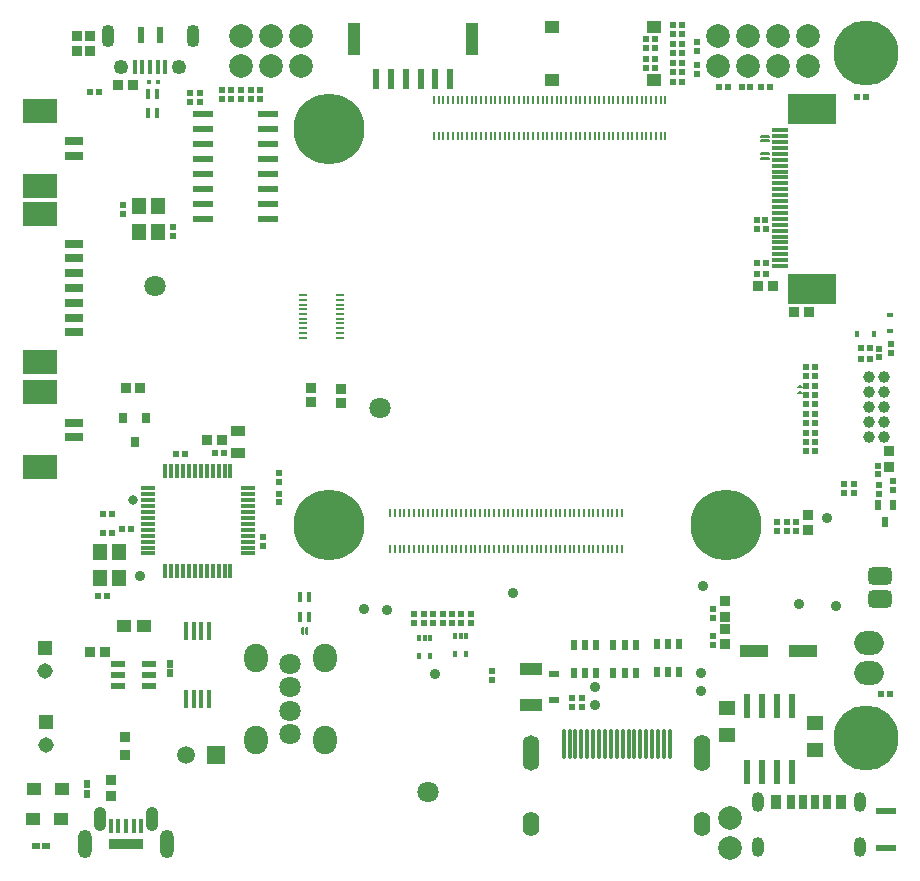
<source format=gbr>
%TF.GenerationSoftware,Altium Limited,Altium Designer,23.1.1 (15)*%
G04 Layer_Color=255*
%FSLAX45Y45*%
%MOMM*%
%TF.SameCoordinates,8C37DE4A-61E0-4A85-99FC-D0A1A2E6B02F*%
%TF.FilePolarity,Positive*%
%TF.FileFunction,Pads,Top*%
%TF.Part,Single*%
G01*
G75*
%TA.AperFunction,SMDPad,CuDef*%
%ADD13R,1.90500X0.99060*%
%ADD14R,0.60960X2.03200*%
%ADD15R,0.80606X0.85822*%
%ADD16R,0.80000X0.90000*%
G04:AMPARAMS|DCode=17|XSize=1.56mm|YSize=0.4mm|CornerRadius=0.05mm|HoleSize=0mm|Usage=FLASHONLY|Rotation=90.000|XOffset=0mm|YOffset=0mm|HoleType=Round|Shape=RoundedRectangle|*
%AMROUNDEDRECTD17*
21,1,1.56000,0.30000,0,0,90.0*
21,1,1.46000,0.40000,0,0,90.0*
1,1,0.10000,0.15000,0.73000*
1,1,0.10000,0.15000,-0.73000*
1,1,0.10000,-0.15000,-0.73000*
1,1,0.10000,-0.15000,0.73000*
%
%ADD17ROUNDEDRECTD17*%
%ADD18R,1.15814X1.01213*%
%ADD19R,0.57247X0.68106*%
%ADD20R,0.68106X0.57247*%
%ADD21R,1.00000X2.80000*%
%ADD22R,0.60000X1.70000*%
%ADD23R,0.85822X0.80606*%
%ADD24R,0.81280X0.93980*%
%ADD25R,3.00000X2.10000*%
%ADD26R,1.60000X0.80000*%
%ADD27R,1.20000X0.55000*%
%ADD28R,0.40000X1.20000*%
%ADD29R,3.00000X0.90000*%
%ADD30R,1.25000X1.10000*%
%ADD31R,0.93980X0.81280*%
%ADD32R,0.91213X0.85872*%
%ADD33R,0.20000X0.70000*%
%ADD34R,0.70000X0.20000*%
%TA.AperFunction,TestPad*%
%ADD35C,0.88900*%
%TA.AperFunction,SMDPad,CuDef*%
%ADD36R,0.55880X0.60960*%
%ADD37R,0.40000X0.85000*%
%ADD38R,0.60960X0.55880*%
%ADD39R,1.15000X1.40000*%
%ADD40R,1.20000X0.30000*%
%ADD41R,0.30000X1.20000*%
%ADD42R,1.30000X0.90000*%
%ADD43R,1.80000X0.55000*%
%ADD44R,0.90000X1.15000*%
%ADD45R,0.80000X1.15000*%
%ADD46R,0.70000X1.15000*%
%ADD47R,1.45000X1.15000*%
%ADD48R,2.41140X1.11280*%
%TA.AperFunction,TestPad*%
%ADD49O,0.50800X0.25400*%
%ADD50O,0.88900X0.25400*%
%ADD51C,0.80000*%
%ADD52C,0.40000*%
%TA.AperFunction,ConnectorPad*%
%ADD53R,0.60000X1.35000*%
%ADD54R,0.40000X1.25000*%
%TA.AperFunction,SMDPad,CuDef*%
%ADD55R,0.30000X0.55000*%
%ADD56O,0.28000X2.60000*%
%ADD57R,1.80000X0.60000*%
%ADD58R,1.20000X1.00000*%
%ADD59R,1.40000X0.30000*%
%ADD60R,4.10000X2.65000*%
%ADD61R,0.60000X0.40000*%
G04:AMPARAMS|DCode=62|XSize=0.8mm|YSize=0.55mm|CornerRadius=0mm|HoleSize=0mm|Usage=FLASHONLY|Rotation=90.000|XOffset=0mm|YOffset=0mm|HoleType=Round|Shape=RoundedRectangle|*
%AMROUNDEDRECTD62*
21,1,0.80000,0.55000,0,0,90.0*
21,1,0.80000,0.55000,0,0,90.0*
1,1,0.00000,0.27500,0.40000*
1,1,0.00000,0.27500,-0.40000*
1,1,0.00000,-0.27500,-0.40000*
1,1,0.00000,-0.27500,0.40000*
%
%ADD62ROUNDEDRECTD62*%
%ADD63R,0.52000X0.83000*%
%TA.AperFunction,TestPad*%
%ADD64O,0.25400X0.76200*%
%TA.AperFunction,SMDPad,CuDef*%
%ADD65R,0.40000X0.60000*%
%TA.AperFunction,FiducialPad,Global*%
%ADD66C,1.80000*%
%TA.AperFunction,SMDPad,CuDef*%
%ADD67R,0.83000X0.63000*%
%TA.AperFunction,ComponentPad*%
%ADD82O,1.20000X2.40000*%
%ADD83O,1.05000X2.10000*%
%ADD84C,1.50000*%
%ADD85R,1.50000X1.50000*%
%ADD86R,1.30800X1.30800*%
%ADD87C,1.30800*%
%ADD88O,2.00000X2.40000*%
%ADD89C,2.00000*%
%ADD90O,1.00000X1.70000*%
%ADD91C,6.00000*%
%ADD92C,5.50000*%
%ADD93O,1.10000X1.90000*%
%ADD94C,1.25000*%
%ADD95C,1.00000*%
%ADD96O,1.40000X3.00000*%
%ADD97O,1.40000X3.10000*%
%ADD98O,1.40000X2.10000*%
%ADD99C,1.80000*%
G04:AMPARAMS|DCode=100|XSize=1.5mm|YSize=2mm|CornerRadius=0.375mm|HoleSize=0mm|Usage=FLASHONLY|Rotation=90.000|XOffset=0mm|YOffset=0mm|HoleType=Round|Shape=RoundedRectangle|*
%AMROUNDEDRECTD100*
21,1,1.50000,1.25000,0,0,90.0*
21,1,0.75000,2.00000,0,0,90.0*
1,1,0.75000,0.62500,0.37500*
1,1,0.75000,0.62500,-0.37500*
1,1,0.75000,-0.62500,-0.37500*
1,1,0.75000,-0.62500,0.37500*
%
%ADD100ROUNDEDRECTD100*%
%ADD101O,2.50000X2.00000*%
D13*
X4347331Y1662542D02*
D03*
Y1362822D02*
D03*
D14*
X6563884Y1348393D02*
D03*
Y789593D02*
D03*
X6436883D02*
D03*
X6309883Y789593D02*
D03*
X6182883Y789593D02*
D03*
Y1348393D02*
D03*
X6309883Y1348392D02*
D03*
X6436883Y1348393D02*
D03*
D15*
X1043088Y4043680D02*
D03*
X922872D02*
D03*
D16*
X1089660Y3789680D02*
D03*
X899660D02*
D03*
X994660Y3589680D02*
D03*
D17*
X1428400Y1984720D02*
D03*
X1493400D02*
D03*
X1558400D02*
D03*
X1623400D02*
D03*
Y1408720D02*
D03*
X1558400D02*
D03*
X1493400D02*
D03*
X1428400D02*
D03*
D18*
X1072659Y2032000D02*
D03*
X907261D02*
D03*
D19*
X1292220Y1710334D02*
D03*
Y1627226D02*
D03*
X589280Y691794D02*
D03*
Y608686D02*
D03*
D20*
X239674Y162560D02*
D03*
X156566D02*
D03*
D21*
X2855300Y6997700D02*
D03*
X3850300D02*
D03*
D22*
X3040300Y6662700D02*
D03*
X3165300D02*
D03*
X3665300D02*
D03*
X3540300D02*
D03*
X3290300D02*
D03*
X3415300D02*
D03*
D23*
X2740660Y4034356D02*
D03*
Y3914140D02*
D03*
X2489200Y4046220D02*
D03*
Y3926004D02*
D03*
D24*
X614934Y1811274D02*
D03*
X744931D02*
D03*
X6573094Y4684463D02*
D03*
X6703091D02*
D03*
X6269015Y4904087D02*
D03*
X6399012Y4904088D02*
D03*
X1603929Y3604006D02*
D03*
X1733926D02*
D03*
X852669Y6608266D02*
D03*
X982666D02*
D03*
D25*
X194940Y4005580D02*
D03*
Y3370580D02*
D03*
X189860Y4259420D02*
D03*
Y5519420D02*
D03*
Y5753100D02*
D03*
Y6388100D02*
D03*
D26*
X484940Y3750580D02*
D03*
Y3625580D02*
D03*
X479860Y4514420D02*
D03*
Y4639420D02*
D03*
Y4764420D02*
D03*
Y4889420D02*
D03*
Y5014420D02*
D03*
Y5264420D02*
D03*
Y5139420D02*
D03*
Y6008100D02*
D03*
Y6133100D02*
D03*
D27*
X1112340Y1517900D02*
D03*
Y1612900D02*
D03*
Y1707900D02*
D03*
X852340D02*
D03*
Y1517900D02*
D03*
Y1612900D02*
D03*
D28*
X921380Y337880D02*
D03*
X856380D02*
D03*
X791380D02*
D03*
X986380D02*
D03*
X1051380D02*
D03*
D29*
X921380Y182880D02*
D03*
D30*
X135860Y396240D02*
D03*
X370860D02*
D03*
X140940Y647700D02*
D03*
X375940D02*
D03*
D31*
X791586Y722071D02*
D03*
X791586Y592074D02*
D03*
X5992129Y2006253D02*
D03*
Y1876255D02*
D03*
Y2238104D02*
D03*
X5992129Y2108107D02*
D03*
X619807Y6892797D02*
D03*
Y7022794D02*
D03*
X506500Y6892797D02*
D03*
X506500Y7022794D02*
D03*
X7384340Y3375623D02*
D03*
Y3505620D02*
D03*
X6692633Y2836754D02*
D03*
Y2966751D02*
D03*
D32*
X916300Y1088591D02*
D03*
Y933249D02*
D03*
D33*
X4167911Y6175662D02*
D03*
X5037910Y2675661D02*
D03*
X5077911D02*
D03*
X5487911Y6175662D02*
D03*
X5447911D02*
D03*
X5407910D02*
D03*
X5367911D02*
D03*
X5327911D02*
D03*
X5287910D02*
D03*
X5247911D02*
D03*
X4967911D02*
D03*
X5007910D02*
D03*
X5047911D02*
D03*
X5087911D02*
D03*
X5127910D02*
D03*
X5167910D02*
D03*
X5207911D02*
D03*
X4687911D02*
D03*
X4727911D02*
D03*
X4767910D02*
D03*
X4807911D02*
D03*
X4847911D02*
D03*
X4887910D02*
D03*
X4927911D02*
D03*
X4647910D02*
D03*
X4607911D02*
D03*
X4567911D02*
D03*
X4527910D02*
D03*
X4487911D02*
D03*
X4447911D02*
D03*
X4407910D02*
D03*
X3927911D02*
D03*
X3967911D02*
D03*
X4007910D02*
D03*
X4047911D02*
D03*
X4087911D02*
D03*
X4127910D02*
D03*
X4367910D02*
D03*
X4327911D02*
D03*
X4287911D02*
D03*
X4247910D02*
D03*
X4207911D02*
D03*
Y6483662D02*
D03*
X4247910D02*
D03*
X4287911D02*
D03*
X4327911D02*
D03*
X4367910D02*
D03*
X4167911D02*
D03*
X4127910D02*
D03*
X4087911D02*
D03*
X4047911D02*
D03*
X4007910D02*
D03*
X3967911D02*
D03*
X3927911D02*
D03*
X4407910D02*
D03*
X4447911D02*
D03*
X4487911D02*
D03*
X4527910D02*
D03*
X4567911D02*
D03*
X4607911D02*
D03*
X4647910D02*
D03*
X4927911D02*
D03*
X4887910D02*
D03*
X4847911D02*
D03*
X4807911D02*
D03*
X4767910D02*
D03*
X4727911D02*
D03*
X4687911D02*
D03*
X5207911D02*
D03*
X5167910D02*
D03*
X5127910D02*
D03*
X5087911D02*
D03*
X5047911D02*
D03*
X5007910D02*
D03*
X4967911D02*
D03*
X5247911D02*
D03*
X5287910D02*
D03*
X5327911D02*
D03*
X5367911D02*
D03*
X5407910D02*
D03*
X5447911D02*
D03*
X5487911D02*
D03*
X3527911D02*
D03*
X3567911D02*
D03*
X3607910D02*
D03*
X3647911D02*
D03*
X3687911D02*
D03*
X3727911D02*
D03*
X3767911D02*
D03*
X3887911D02*
D03*
X3847911D02*
D03*
X3807911D02*
D03*
Y6175662D02*
D03*
X3847911D02*
D03*
X3887911D02*
D03*
X3767911D02*
D03*
X3727911D02*
D03*
X3687911D02*
D03*
X3647911D02*
D03*
X3607910D02*
D03*
X3567911D02*
D03*
X3527911D02*
D03*
X3157911Y2675662D02*
D03*
X3197911D02*
D03*
X3237910D02*
D03*
X3277911D02*
D03*
X3317911D02*
D03*
X3357910D02*
D03*
X3397911D02*
D03*
X3517911D02*
D03*
X3477910D02*
D03*
X3437911D02*
D03*
Y2983662D02*
D03*
X3477910D02*
D03*
X3517911D02*
D03*
X3397911D02*
D03*
X3357910D02*
D03*
X3317911D02*
D03*
X3277911D02*
D03*
X3237910D02*
D03*
X3197911D02*
D03*
X3157911D02*
D03*
X5117911D02*
D03*
X5077911D02*
D03*
X5037910D02*
D03*
X4997911D02*
D03*
X4957911D02*
D03*
X4917910D02*
D03*
X4877910D02*
D03*
X4597911D02*
D03*
X4637910D02*
D03*
X4677911D02*
D03*
X4717911D02*
D03*
X4757910D02*
D03*
X4797910D02*
D03*
X4837911D02*
D03*
X4317911D02*
D03*
X4357911D02*
D03*
X4397910D02*
D03*
X4437911D02*
D03*
X4477911D02*
D03*
X4517910D02*
D03*
X4557911D02*
D03*
X4277910D02*
D03*
X4237910D02*
D03*
X4197911D02*
D03*
X4157910D02*
D03*
X4117910D02*
D03*
X4077911D02*
D03*
X4037910D02*
D03*
X3557911D02*
D03*
X3597911D02*
D03*
X3637910D02*
D03*
X3677911D02*
D03*
X3717911D02*
D03*
X3757910D02*
D03*
X3797911D02*
D03*
X3997910D02*
D03*
X3957911D02*
D03*
X3917911D02*
D03*
X3877910D02*
D03*
X3837911D02*
D03*
Y2675662D02*
D03*
X3877910D02*
D03*
X3917911D02*
D03*
X3957911D02*
D03*
X3997910D02*
D03*
X3797911D02*
D03*
X3757910D02*
D03*
X3717911D02*
D03*
X3677911D02*
D03*
X3637910D02*
D03*
X3597911D02*
D03*
X3557911D02*
D03*
X4037910D02*
D03*
X4077911D02*
D03*
X4117910D02*
D03*
X4157910D02*
D03*
X4197911D02*
D03*
X4237910D02*
D03*
X4277910D02*
D03*
X4557911D02*
D03*
X4517910D02*
D03*
X4477911D02*
D03*
X4437911D02*
D03*
X4397910D02*
D03*
X4357911D02*
D03*
X4317911D02*
D03*
X4837911D02*
D03*
X4797910D02*
D03*
X4757910D02*
D03*
X4717911D02*
D03*
X4677911D02*
D03*
X4637910D02*
D03*
X4597911D02*
D03*
X4877910D02*
D03*
X4917910D02*
D03*
X4957911D02*
D03*
X4997911D02*
D03*
X5117911D02*
D03*
D34*
X2731900Y4829600D02*
D03*
X2423900D02*
D03*
X2731900Y4789600D02*
D03*
X2423900D02*
D03*
X2731900Y4749600D02*
D03*
X2423900D02*
D03*
X2731900Y4709600D02*
D03*
X2423900D02*
D03*
X2731900Y4669600D02*
D03*
X2423900D02*
D03*
X2731900Y4629600D02*
D03*
X2423900D02*
D03*
X2731900Y4589600D02*
D03*
X2423900D02*
D03*
X2731900Y4549600D02*
D03*
X2423900D02*
D03*
X2731900Y4509600D02*
D03*
X2423900D02*
D03*
X2731900Y4469600D02*
D03*
X2423900D02*
D03*
D35*
X5789183Y1627793D02*
D03*
Y1475393D02*
D03*
X4891644Y1358856D02*
D03*
X4889487Y1512287D02*
D03*
X1043300Y2453640D02*
D03*
X3131180Y2166620D02*
D03*
X2935600Y2171700D02*
D03*
X4194980Y2305447D02*
D03*
X3537070Y1621902D02*
D03*
X6856466Y2943462D02*
D03*
X6619763Y2211993D02*
D03*
X5803906Y2366602D02*
D03*
X6936100Y2194560D02*
D03*
D36*
X728940Y2976880D02*
D03*
X803940D02*
D03*
X689640Y6553200D02*
D03*
X614640D02*
D03*
X724428Y2817343D02*
D03*
X799409D02*
D03*
X757652Y2277897D02*
D03*
X682671D02*
D03*
X6340531Y5006306D02*
D03*
X6265551D02*
D03*
X1671848Y3495523D02*
D03*
X1746829D02*
D03*
X6340531Y5097582D02*
D03*
X6265551D02*
D03*
X6334697Y5468422D02*
D03*
X6259716D02*
D03*
X6340531Y5387306D02*
D03*
X6265551D02*
D03*
X1341648Y3482823D02*
D03*
X1416629D02*
D03*
X886988Y2847823D02*
D03*
X961969D02*
D03*
X6371011Y6591266D02*
D03*
X6296031D02*
D03*
X6208451D02*
D03*
X6133471D02*
D03*
X6015411D02*
D03*
X5940431D02*
D03*
X5326940Y7002053D02*
D03*
X5401921D02*
D03*
X5553337Y7039296D02*
D03*
X5628318D02*
D03*
X5551679Y6716180D02*
D03*
X5626660D02*
D03*
X5553000Y6958445D02*
D03*
X5627981D02*
D03*
X5326940Y6921920D02*
D03*
X5401921D02*
D03*
X5553337Y7120576D02*
D03*
X5628318D02*
D03*
X5551679Y6797099D02*
D03*
X5626660D02*
D03*
X5553157Y6878740D02*
D03*
X5628138D02*
D03*
X5326940Y6752084D02*
D03*
X5401921D02*
D03*
X5551628Y6635382D02*
D03*
X5626609D02*
D03*
X5326940Y6831662D02*
D03*
X5401921D02*
D03*
X7145631Y4378897D02*
D03*
X7220612D02*
D03*
X6755571Y4220713D02*
D03*
X6680590D02*
D03*
X6755571Y4141475D02*
D03*
X6680590D02*
D03*
X6755571Y4062237D02*
D03*
X6680590D02*
D03*
X6755571Y3982999D02*
D03*
X6680590D02*
D03*
X6755571Y3903762D02*
D03*
X6680590D02*
D03*
X6755571Y3824524D02*
D03*
X6680590D02*
D03*
X6755571Y3745286D02*
D03*
X6680590D02*
D03*
X6755571Y3666048D02*
D03*
X6680590D02*
D03*
Y3586810D02*
D03*
X6755571D02*
D03*
Y3507572D02*
D03*
X6680590D02*
D03*
X7220612Y4289997D02*
D03*
X7145631D02*
D03*
X7315544Y1450988D02*
D03*
X7390525D02*
D03*
X7186207Y6509703D02*
D03*
X7111227D02*
D03*
D37*
X2397120Y2106930D02*
D03*
X2473320D02*
D03*
Y2272030D02*
D03*
X2397120D02*
D03*
X1111371Y6535992D02*
D03*
X1187571D02*
D03*
Y6370892D02*
D03*
X1111371D02*
D03*
D38*
X2218837Y3149549D02*
D03*
Y3074568D02*
D03*
Y3324809D02*
D03*
Y3249828D02*
D03*
X2077080Y2777541D02*
D03*
Y2702560D02*
D03*
X1812420Y6493061D02*
D03*
Y6568042D02*
D03*
X1730746Y6493061D02*
D03*
Y6568042D02*
D03*
X1547383Y6466493D02*
D03*
Y6541473D02*
D03*
X1466586Y6541524D02*
D03*
Y6466543D02*
D03*
X5892841Y1870261D02*
D03*
Y1945242D02*
D03*
X4021393Y1569379D02*
D03*
Y1644360D02*
D03*
X1975767Y6493061D02*
D03*
Y6568042D02*
D03*
X2057441Y6493061D02*
D03*
Y6568042D02*
D03*
X894707Y5514719D02*
D03*
Y5589700D02*
D03*
X1320806Y5406982D02*
D03*
Y5332001D02*
D03*
X1894093Y6493061D02*
D03*
Y6568042D02*
D03*
X5892841Y2173842D02*
D03*
Y2098861D02*
D03*
X7002285Y3157708D02*
D03*
Y3232689D02*
D03*
X7083565Y3155168D02*
D03*
Y3230149D02*
D03*
X7285280Y3311259D02*
D03*
Y3386240D02*
D03*
X7295923Y3144991D02*
D03*
Y3219971D02*
D03*
X7401637Y4339908D02*
D03*
Y4414889D02*
D03*
X3760510Y2053835D02*
D03*
Y2128816D02*
D03*
X3840011Y2053835D02*
D03*
Y2128816D02*
D03*
X3681009Y2053835D02*
D03*
Y2128816D02*
D03*
X3601508Y2053835D02*
D03*
Y2128816D02*
D03*
X3522007Y2056375D02*
D03*
Y2131356D02*
D03*
X3442506Y2128816D02*
D03*
Y2053835D02*
D03*
X3363005Y2128816D02*
D03*
Y2053835D02*
D03*
X7414730Y3179451D02*
D03*
Y3254431D02*
D03*
X4778210Y1415767D02*
D03*
Y1340786D02*
D03*
X4698987Y1415767D02*
D03*
Y1340786D02*
D03*
X5754582Y6973448D02*
D03*
Y6898467D02*
D03*
Y6774892D02*
D03*
Y6699911D02*
D03*
X7300037Y4376789D02*
D03*
Y4301808D02*
D03*
X6514168Y2906747D02*
D03*
Y2831766D02*
D03*
X6433807Y2906747D02*
D03*
Y2831766D02*
D03*
X6594528Y2906747D02*
D03*
Y2831766D02*
D03*
D39*
X699130Y2437613D02*
D03*
X859150Y2657627D02*
D03*
X699130D02*
D03*
X859150Y2437613D02*
D03*
X1190617Y5365392D02*
D03*
X1030597Y5585407D02*
D03*
Y5365392D02*
D03*
X1190617Y5585407D02*
D03*
D40*
X1105471Y3042302D02*
D03*
Y3092302D02*
D03*
Y3142302D02*
D03*
Y3192302D02*
D03*
X1955471D02*
D03*
Y3142302D02*
D03*
Y3092302D02*
D03*
Y3042302D02*
D03*
Y2992302D02*
D03*
Y2942302D02*
D03*
Y2892302D02*
D03*
Y2842302D02*
D03*
Y2792302D02*
D03*
Y2742302D02*
D03*
Y2692302D02*
D03*
Y2642302D02*
D03*
X1105471D02*
D03*
Y2692302D02*
D03*
Y2742302D02*
D03*
Y2792302D02*
D03*
Y2842302D02*
D03*
Y2892302D02*
D03*
Y2942302D02*
D03*
Y2992302D02*
D03*
D41*
X1255471Y3342302D02*
D03*
X1305471D02*
D03*
X1355471D02*
D03*
X1405471D02*
D03*
X1455471D02*
D03*
X1505471D02*
D03*
X1555471D02*
D03*
X1605471D02*
D03*
X1655471D02*
D03*
X1705471D02*
D03*
X1755471D02*
D03*
X1805471D02*
D03*
Y2492302D02*
D03*
X1755471D02*
D03*
X1705471D02*
D03*
X1655471D02*
D03*
X1605471D02*
D03*
X1555471D02*
D03*
X1505471D02*
D03*
X1455471D02*
D03*
X1405471D02*
D03*
X1355471D02*
D03*
X1305471D02*
D03*
X1255471D02*
D03*
D42*
X1871340Y3676480D02*
D03*
Y3496480D02*
D03*
D43*
X7355200Y464800D02*
D03*
Y144800D02*
D03*
D44*
X6978000Y540000D02*
D03*
X6428000D02*
D03*
D45*
X6855000D02*
D03*
X6551000D02*
D03*
D46*
X6653000D02*
D03*
X6753000D02*
D03*
D47*
X6009000Y1106740D02*
D03*
Y1336740D02*
D03*
X6754383Y979393D02*
D03*
Y1209393D02*
D03*
D48*
X6242330Y1813500D02*
D03*
X6650470D02*
D03*
D49*
X6626339Y3997760D02*
D03*
X6626560Y4047920D02*
D03*
D50*
X6331043Y5983503D02*
D03*
Y6169539D02*
D03*
Y6130335D02*
D03*
Y6023082D02*
D03*
D51*
X979800Y3096260D02*
D03*
D52*
X1115991Y6633782D02*
D03*
X1194731D02*
D03*
D53*
X1205002Y7027503D02*
D03*
X1045002D02*
D03*
D54*
X995002Y6762503D02*
D03*
X1060002D02*
D03*
X1255002D02*
D03*
X1190002D02*
D03*
X1125002D02*
D03*
D55*
X3704000Y1939300D02*
D03*
X3754000D02*
D03*
X3804000D02*
D03*
Y1789300D02*
D03*
X3704000D02*
D03*
X3499200Y1926600D02*
D03*
X3449200D02*
D03*
X3399200D02*
D03*
Y1776600D02*
D03*
X3499200D02*
D03*
D56*
X5526191Y1030934D02*
D03*
X5476191D02*
D03*
X5426191D02*
D03*
X5376191D02*
D03*
X5326191D02*
D03*
X5276191D02*
D03*
X5226191D02*
D03*
X5176191D02*
D03*
X5126191D02*
D03*
X5076191D02*
D03*
X5026191D02*
D03*
X4976191D02*
D03*
X4926191D02*
D03*
X4876191D02*
D03*
X4826191D02*
D03*
X4776191D02*
D03*
X4726191D02*
D03*
X4676191D02*
D03*
X4626191D02*
D03*
D57*
X1573191Y6364442D02*
D03*
X2123191Y6364442D02*
D03*
X1573191Y5983442D02*
D03*
X1573190Y5602442D02*
D03*
X1573191Y5475442D02*
D03*
Y6110442D02*
D03*
X1573190Y6237442D02*
D03*
X1573191Y5729442D02*
D03*
Y5856442D02*
D03*
X2123191Y5475442D02*
D03*
Y5602442D02*
D03*
X2123190Y5729442D02*
D03*
X2123191Y5856442D02*
D03*
Y5983442D02*
D03*
X2123190Y6110442D02*
D03*
X2123191Y6237442D02*
D03*
D58*
X5389380Y6652260D02*
D03*
X4529380D02*
D03*
Y7102260D02*
D03*
X5389380D02*
D03*
D59*
X6460908Y5375660D02*
D03*
Y5175660D02*
D03*
Y5125660D02*
D03*
Y5425660D02*
D03*
Y5525660D02*
D03*
Y5575660D02*
D03*
Y5675660D02*
D03*
Y5725660D02*
D03*
Y5825660D02*
D03*
Y5875660D02*
D03*
Y6125660D02*
D03*
Y6175660D02*
D03*
Y5975660D02*
D03*
Y6025660D02*
D03*
Y5225660D02*
D03*
Y5275660D02*
D03*
Y5325660D02*
D03*
Y5625660D02*
D03*
Y5475660D02*
D03*
Y5775660D02*
D03*
Y5925660D02*
D03*
Y6075660D02*
D03*
Y6225660D02*
D03*
Y5075660D02*
D03*
D60*
X6730888Y6403820D02*
D03*
Y4884723D02*
D03*
D61*
X7386880Y4522740D02*
D03*
Y4662740D02*
D03*
D62*
X4806811Y1869282D02*
D03*
Y1632282D02*
D03*
X4711811D02*
D03*
X4901811Y1869282D02*
D03*
X4711811D02*
D03*
X4901811Y1632282D02*
D03*
X5142091Y1869282D02*
D03*
Y1632282D02*
D03*
X5047091D02*
D03*
Y1869282D02*
D03*
X5237091D02*
D03*
Y1632282D02*
D03*
X5507727Y1877160D02*
D03*
Y1640160D02*
D03*
X5412727D02*
D03*
Y1877160D02*
D03*
X5602727D02*
D03*
Y1640160D02*
D03*
D63*
X7414247Y3054940D02*
D03*
X7348207Y2907620D02*
D03*
X7284707Y3054940D02*
D03*
D64*
X2417440Y1986280D02*
D03*
X2453000D02*
D03*
D65*
X7253680Y4503840D02*
D03*
X7113680D02*
D03*
D66*
X3476620Y619760D02*
D03*
X3072760Y3870960D02*
D03*
X1167760Y4909820D02*
D03*
D67*
X4542911Y1398642D02*
D03*
Y1621642D02*
D03*
D82*
X571380Y182880D02*
D03*
X1271380D02*
D03*
D83*
X698880Y392880D02*
D03*
X1143880D02*
D03*
D84*
X1426840Y939800D02*
D03*
D85*
X1680840D02*
D03*
D86*
X240660Y1218540D02*
D03*
X238120Y1843380D02*
D03*
D87*
X240660Y1018540D02*
D03*
X238120Y1643380D02*
D03*
D88*
X2023000Y1060000D02*
D03*
X2603000D02*
D03*
Y1760000D02*
D03*
X2023000D02*
D03*
D89*
X6031042Y400676D02*
D03*
Y146676D02*
D03*
X6698000Y7023000D02*
D03*
X6444000D02*
D03*
X6190000D02*
D03*
X5936000D02*
D03*
Y6769000D02*
D03*
X6190000D02*
D03*
X6444000D02*
D03*
X6698000D02*
D03*
X2400080Y7023000D02*
D03*
X2146080D02*
D03*
X1892080D02*
D03*
Y6769000D02*
D03*
X2146080D02*
D03*
X2400080D02*
D03*
D90*
X6271000Y159500D02*
D03*
X7135000Y160000D02*
D03*
Y540000D02*
D03*
X6271000D02*
D03*
D91*
X2637911Y2879662D02*
D03*
Y6239622D02*
D03*
X5997871Y2879662D02*
D03*
D92*
X7184552Y6880000D02*
D03*
Y1080000D02*
D03*
D93*
X1485002Y7025003D02*
D03*
X765002D02*
D03*
D94*
X880002Y6760003D02*
D03*
X1370002D02*
D03*
D95*
X7341000Y3882500D02*
D03*
Y3755500D02*
D03*
X7214000D02*
D03*
Y3628500D02*
D03*
Y3882500D02*
D03*
Y4009500D02*
D03*
X7341000Y3628500D02*
D03*
Y4009500D02*
D03*
X7214000Y4136500D02*
D03*
X7341000D02*
D03*
D96*
X4351200Y955000D02*
D03*
D97*
X5801199D02*
D03*
D98*
Y355000D02*
D03*
X4351200D02*
D03*
D99*
X2313000Y1110000D02*
D03*
Y1310000D02*
D03*
Y1510000D02*
D03*
Y1710000D02*
D03*
D100*
X7305000Y2253000D02*
D03*
Y2453000D02*
D03*
D101*
X7208300Y1627000D02*
D03*
Y1881000D02*
D03*
%TF.MD5,e71643117305975c4358ff3c331d3b02*%
M02*

</source>
